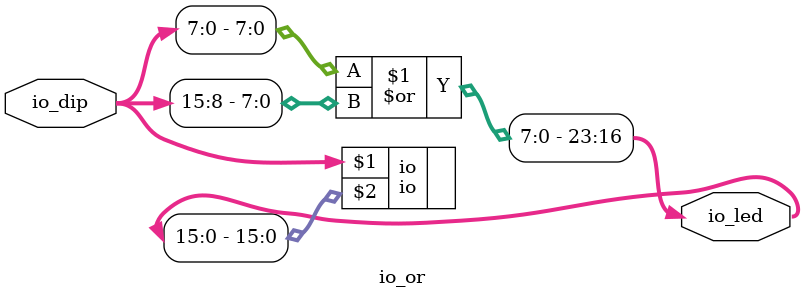
<source format=sv>
module io_or(input [15:0] io_dip, output [23:0] io_led);
    io io(io_dip[15:0], io_led[15:0]);

    assign io_led[23:16] = io_dip[7:0] | io_dip[15:8];
endmodule

</source>
